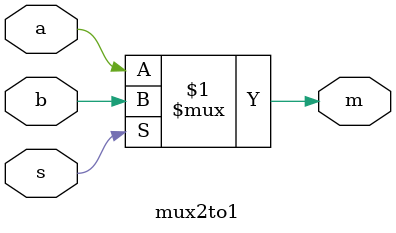
<source format=v>
`timescale 1ns / 1ns // `timescale time_unit/time_precision


//LEDR[0] output display

module mux(LEDR, SW);
    input [9:0] SW;
    output [9:0] LEDR;
	 
	 wire wire0, wire1;

	 //instantiating 2 mux2to1 and chain the outputs to the third instances to create a mux4to1
    mux2to1 u0(
        .a(SW[0]),
        .b(SW[1]),
        .s(SW[8]),
        .m(wire0)
        );
		  
    mux2to1 u1(
        .a(SW[2]),
        .b(SW[3]),
        .s(SW[8]),
        .m(wire1)
        );
		  
    mux2to1 u2(
        .a(wire0),
        .b(wire1),
        .s(SW[9]),
        .m(LEDR[0])
        );
		  
endmodule

module mux2to1(a, b, s, m);
    input a; //select 0
    input b; //select 1
    input s; //select signal
    output m; //output
  
    //assign m = s & y | ~s & x;
    // OR
    assign m = s ? b : a;

endmodule
</source>
